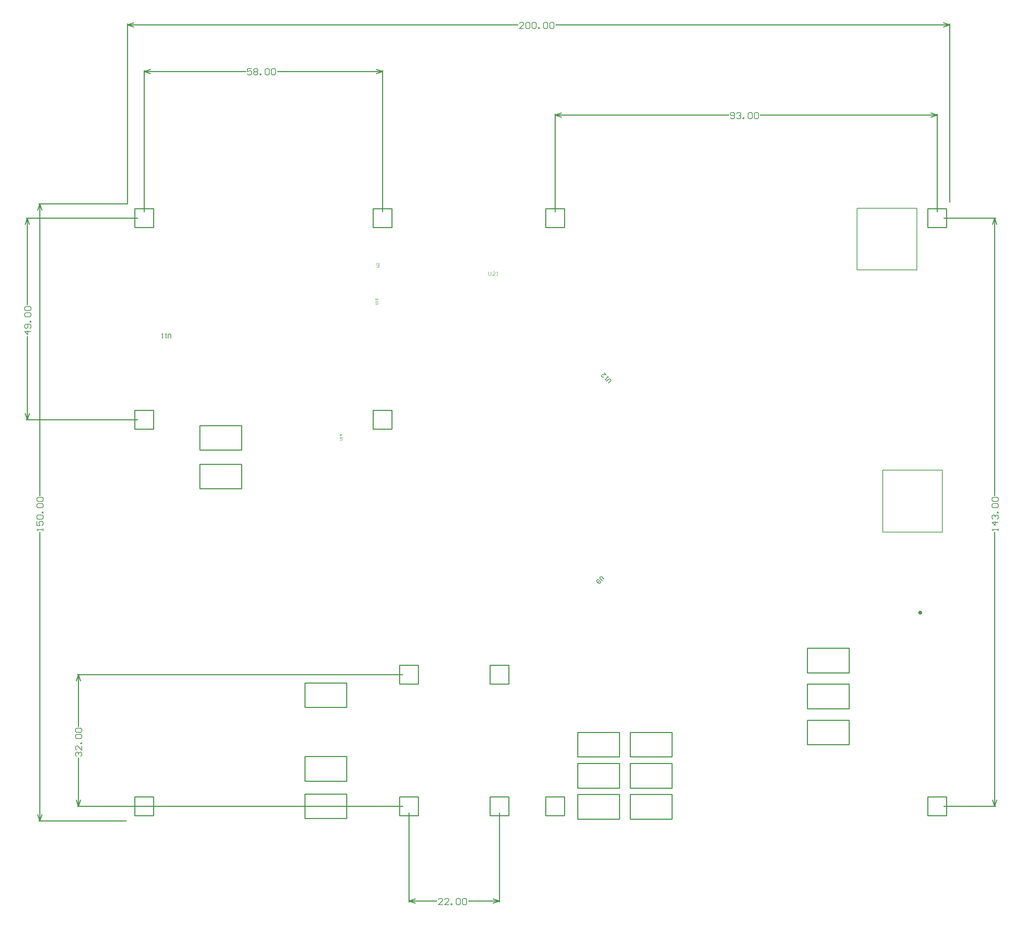
<source format=gm1>
G04*
G04 #@! TF.GenerationSoftware,Altium Limited,Altium Designer,22.11.1 (43)*
G04*
G04 Layer_Color=16711935*
%FSLAX25Y25*%
%MOIN*%
G70*
G04*
G04 #@! TF.SameCoordinates,E00A9952-D2AD-4094-941F-04495088175D*
G04*
G04*
G04 #@! TF.FilePolarity,Positive*
G04*
G01*
G75*
%ADD12C,0.01000*%
%ADD224C,0.00600*%
%ADD225C,0.00394*%
%ADD226C,0.00700*%
G36*
X759658Y197229D02*
X759159D01*
Y197312D01*
X758825D01*
Y197395D01*
X758575D01*
Y197478D01*
X758409D01*
Y197562D01*
X758325D01*
Y197645D01*
X758242D01*
Y197728D01*
X758159D01*
Y197812D01*
X758075D01*
Y197895D01*
X757992D01*
Y197978D01*
X757909D01*
Y198062D01*
X757826D01*
Y198228D01*
X757742D01*
Y198395D01*
X757659D01*
Y198645D01*
X757576D01*
Y199478D01*
X757659D01*
Y199728D01*
X757742D01*
Y199978D01*
X757826D01*
Y200061D01*
X757909D01*
Y200228D01*
X757992D01*
Y200311D01*
X758075D01*
Y200395D01*
X758159D01*
Y200478D01*
X758242D01*
Y200561D01*
X758409D01*
Y200645D01*
X758492D01*
Y200728D01*
X758659D01*
Y200811D01*
X758909D01*
Y200894D01*
X759908D01*
Y200811D01*
X760158D01*
Y200728D01*
X760325D01*
Y200645D01*
X760408D01*
Y200561D01*
X760575D01*
Y200478D01*
X760658D01*
Y200395D01*
X760742D01*
Y200311D01*
X760825D01*
Y200228D01*
X760908D01*
Y200061D01*
X760992D01*
Y199978D01*
X761075D01*
Y199728D01*
X761158D01*
Y199478D01*
X761241D01*
Y198645D01*
X761158D01*
Y198395D01*
X761075D01*
Y198228D01*
X760992D01*
Y198062D01*
X760908D01*
Y197978D01*
X760825D01*
Y197895D01*
X760742D01*
Y197812D01*
X760658D01*
Y197728D01*
X760575D01*
Y197645D01*
X760492D01*
Y197562D01*
X760408D01*
Y197478D01*
X760242D01*
Y197395D01*
X759992D01*
Y197312D01*
X759742D01*
Y197229D01*
X759658D01*
D02*
G37*
D12*
X69374Y354854D02*
Y378354D01*
X109374Y354854D02*
Y378354D01*
X69374D02*
X109374D01*
X69374Y354854D02*
X109374D01*
X481580Y84654D02*
X521580D01*
X481580Y61154D02*
X521580D01*
X481580D02*
Y84654D01*
X521580Y61154D02*
Y84654D01*
X521580Y31360D02*
Y54860D01*
X481580Y31360D02*
Y54860D01*
Y31360D02*
X521580D01*
X481580Y54860D02*
X521580D01*
X431176Y31360D02*
Y54860D01*
X471176Y31360D02*
Y54860D01*
X431176D02*
X471176D01*
X431176Y31360D02*
X471176Y31360D01*
X260685Y130764D02*
Y148764D01*
X278685Y130764D02*
Y148764D01*
X260685D02*
X278685D01*
X260685Y130764D02*
X278685D01*
X260685Y4780D02*
X278685D01*
X260685Y22780D02*
X278685D01*
Y4780D02*
Y22780D01*
X260685Y4780D02*
Y22780D01*
X347299Y4780D02*
X365299D01*
X347299Y22780D02*
X365299D01*
Y4780D02*
Y22780D01*
X347299Y4780D02*
Y22780D01*
Y130764D02*
X365299D01*
X347299Y148764D02*
X365299D01*
Y130764D02*
Y148764D01*
X347299Y130764D02*
Y148764D01*
X170063Y2098D02*
Y25598D01*
X210063Y2098D02*
Y25598D01*
X170063D02*
X210063D01*
X170063Y2098D02*
X210063D01*
X170063Y38004D02*
X210063D01*
X170063Y61504D02*
X210063D01*
Y38004D02*
Y61504D01*
X170063Y38004D02*
Y61504D01*
X431176Y61154D02*
Y84654D01*
X471176Y61154D02*
Y84654D01*
X431176D02*
X471176D01*
X431176Y61154D02*
X471176D01*
X400449Y567772D02*
Y585772D01*
X418449Y567772D02*
Y585772D01*
X400449D02*
X418449D01*
X400449Y567772D02*
X418449D01*
X766590D02*
Y585772D01*
X784590Y567772D02*
Y585772D01*
X766590D02*
X784590D01*
X766590Y567772D02*
X784590D01*
X6748D02*
Y585772D01*
X24748Y567772D02*
Y585772D01*
X6748D02*
X24748D01*
X6748Y567772D02*
X24748D01*
X6748Y374858D02*
Y392858D01*
X24748Y374858D02*
Y392858D01*
X6748D02*
X24748D01*
X6748Y374858D02*
X24748D01*
X6748Y4780D02*
Y22780D01*
X24748Y4780D02*
Y22780D01*
X6748D02*
X24748D01*
X6748Y4780D02*
X24748D01*
X766590D02*
Y22780D01*
X784590Y4780D02*
Y22780D01*
X766590D02*
X784590D01*
X766590Y4780D02*
X784590D01*
X400449D02*
Y22780D01*
X418449Y4780D02*
Y22780D01*
X400449D02*
X418449D01*
X400449Y4780D02*
X418449D01*
X235094Y374858D02*
Y392858D01*
X253095Y374858D02*
Y392858D01*
X235094D02*
X253095D01*
X235094Y374858D02*
X253095D01*
X235094Y567772D02*
Y585772D01*
X253095Y567772D02*
Y585772D01*
X235094D02*
X253095D01*
X235094Y567772D02*
X253095D01*
X431176Y1567D02*
X471176Y1567D01*
X431176Y25067D02*
X471176Y25067D01*
X471176Y1567D02*
X471176Y25067D01*
X431176Y1567D02*
Y25067D01*
X651260Y130701D02*
X691260D01*
X651260Y107201D02*
X691260D01*
X651260D02*
Y130701D01*
X691260Y107201D02*
Y130701D01*
X651260Y165067D02*
X691260D01*
X651260Y141567D02*
X691260D01*
X651260D02*
Y165067D01*
X691260Y141567D02*
Y165067D01*
X651260Y96335D02*
X691260D01*
X651260Y72835D02*
X691260D01*
X651260D02*
Y96335D01*
X691260Y72835D02*
Y96335D01*
X69374Y317846D02*
Y341347D01*
X109374Y317846D02*
Y341347D01*
X69374D02*
X109374D01*
X69374Y317846D02*
X109374D01*
X521580Y1567D02*
Y25067D01*
X481580Y1567D02*
Y25067D01*
Y1567D02*
X521580D01*
X481580Y25067D02*
X521580D01*
X170063Y108398D02*
Y131898D01*
X210063Y108398D02*
Y131898D01*
X170063D02*
X210063D01*
X170063Y108398D02*
X210063D01*
X-47244Y139764D02*
X-45244Y133764D01*
X-49244D02*
X-47244Y139764D01*
X-49244Y19780D02*
X-47244Y13780D01*
X-45244Y19780D01*
X-47244Y90267D02*
Y139764D01*
Y13780D02*
Y60076D01*
X-48244Y139764D02*
X263469D01*
X-48244Y13780D02*
X263469D01*
X269685Y-76772D02*
X275685Y-74772D01*
X269685Y-76772D02*
X275685Y-78772D01*
X350299D02*
X356299Y-76772D01*
X350299Y-74772D02*
X356299Y-76772D01*
X269685D02*
X296297D01*
X326488D02*
X356299D01*
X269685Y-77772D02*
Y7563D01*
X356299Y-77772D02*
Y7563D01*
X-86252Y6000D02*
X-84252Y0D01*
X-82252Y6000D01*
X-84252Y590551D02*
X-82252Y584551D01*
X-86252D02*
X-84252Y590551D01*
Y0D02*
Y276081D01*
Y311270D02*
Y590551D01*
X-85252Y0D02*
X-1500D01*
X-85252Y590551D02*
X0D01*
Y761811D02*
X6000Y763811D01*
X0Y761811D02*
X6000Y759811D01*
X781402D02*
X787402Y761811D01*
X781402Y763811D02*
X787402Y761811D01*
X0D02*
X374006D01*
X410195D02*
X787402D01*
X0Y590551D02*
Y762811D01*
X787402Y592051D02*
Y762811D01*
X830709Y576772D02*
X832709Y570772D01*
X828709D02*
X830709Y576772D01*
X828709Y19780D02*
X830709Y13780D01*
X832709Y19780D01*
X830709Y311270D02*
Y576772D01*
Y13780D02*
Y276081D01*
X781807Y576772D02*
X831709D01*
X781807Y13780D02*
X831709D01*
X409449Y675591D02*
X415449Y677591D01*
X409449Y675591D02*
X415449Y673591D01*
X769591D02*
X775591Y675591D01*
X769591Y677591D02*
X775591Y675591D01*
X409449D02*
X575824D01*
X606015D02*
X775591D01*
X409449Y582988D02*
Y676590D01*
X775591Y582988D02*
Y676590D01*
X15748Y717323D02*
X21748Y719323D01*
X15748Y717323D02*
X21748Y715323D01*
X238094D02*
X244094Y717323D01*
X238094Y719323D02*
X244094Y717323D01*
X15748D02*
X113226D01*
X143417D02*
X244094D01*
X15748Y582988D02*
Y718323D01*
X244094Y582988D02*
Y718323D01*
X-96063Y576772D02*
X-94063Y570772D01*
X-98063D02*
X-96063Y576772D01*
X-98063Y389858D02*
X-96063Y383858D01*
X-94063Y389858D01*
X-96063Y493811D02*
Y576772D01*
Y383858D02*
Y463619D01*
X-97063Y576772D02*
X9532D01*
X-97063Y383858D02*
X9532D01*
D224*
X780555Y276350D02*
X780555Y335405D01*
X723468Y276350D02*
Y335405D01*
Y276350D02*
X780555Y276350D01*
X723468Y335405D02*
X780555D01*
X756146Y527138D02*
X756146Y586193D01*
X699059Y527138D02*
Y586193D01*
Y527138D02*
X756146Y527138D01*
X699059Y586193D02*
X756146D01*
X41630Y461781D02*
Y465113D01*
X40964Y465779D01*
X39631D01*
X38964Y465113D01*
Y461781D01*
X37631Y465779D02*
X36298D01*
X36965D01*
Y461781D01*
X37631Y462447D01*
X34299Y465779D02*
X32966D01*
X33632D01*
Y461781D01*
X34299Y462447D01*
X-48643Y61676D02*
X-49643Y62676D01*
Y64675D01*
X-48643Y65675D01*
X-47644D01*
X-46644Y64675D01*
Y63675D01*
Y64675D01*
X-45644Y65675D01*
X-44645D01*
X-43645Y64675D01*
Y62676D01*
X-44645Y61676D01*
X-43645Y71673D02*
Y67674D01*
X-47644Y71673D01*
X-48643D01*
X-49643Y70673D01*
Y68674D01*
X-48643Y67674D01*
X-43645Y73672D02*
X-44645D01*
Y74672D01*
X-43645D01*
Y73672D01*
X-48643Y78671D02*
X-49643Y79670D01*
Y81670D01*
X-48643Y82669D01*
X-44645D01*
X-43645Y81670D01*
Y79670D01*
X-44645Y78671D01*
X-48643D01*
Y84669D02*
X-49643Y85668D01*
Y87668D01*
X-48643Y88667D01*
X-44645D01*
X-43645Y87668D01*
Y85668D01*
X-44645Y84669D01*
X-48643D01*
X301895Y-80371D02*
X297897D01*
X301895Y-76372D01*
Y-75372D01*
X300896Y-74373D01*
X298896D01*
X297897Y-75372D01*
X307893Y-80371D02*
X303894D01*
X307893Y-76372D01*
Y-75372D01*
X306894Y-74373D01*
X304894D01*
X303894Y-75372D01*
X309893Y-80371D02*
Y-79371D01*
X310892D01*
Y-80371D01*
X309893D01*
X314891Y-75372D02*
X315891Y-74373D01*
X317890D01*
X318890Y-75372D01*
Y-79371D01*
X317890Y-80371D01*
X315891D01*
X314891Y-79371D01*
Y-75372D01*
X320889D02*
X321889Y-74373D01*
X323888D01*
X324888Y-75372D01*
Y-79371D01*
X323888Y-80371D01*
X321889D01*
X320889Y-79371D01*
Y-75372D01*
X-80653Y277681D02*
Y279680D01*
Y278680D01*
X-86651D01*
X-85651Y277681D01*
X-86651Y286678D02*
Y282679D01*
X-83652D01*
X-84652Y284679D01*
Y285678D01*
X-83652Y286678D01*
X-81653D01*
X-80653Y285678D01*
Y283679D01*
X-81653Y282679D01*
X-85651Y288677D02*
X-86651Y289677D01*
Y291676D01*
X-85651Y292676D01*
X-81653D01*
X-80653Y291676D01*
Y289677D01*
X-81653Y288677D01*
X-85651D01*
X-80653Y294675D02*
X-81653D01*
Y295675D01*
X-80653D01*
Y294675D01*
X-85651Y299674D02*
X-86651Y300673D01*
Y302673D01*
X-85651Y303672D01*
X-81653D01*
X-80653Y302673D01*
Y300673D01*
X-81653Y299674D01*
X-85651D01*
Y305672D02*
X-86651Y306671D01*
Y308671D01*
X-85651Y309670D01*
X-81653D01*
X-80653Y308671D01*
Y306671D01*
X-81653Y305672D01*
X-85651D01*
X379605Y758212D02*
X375606D01*
X379605Y762211D01*
Y763210D01*
X378605Y764210D01*
X376606D01*
X375606Y763210D01*
X381604D02*
X382604Y764210D01*
X384603D01*
X385603Y763210D01*
Y759212D01*
X384603Y758212D01*
X382604D01*
X381604Y759212D01*
Y763210D01*
X387602D02*
X388602Y764210D01*
X390601D01*
X391601Y763210D01*
Y759212D01*
X390601Y758212D01*
X388602D01*
X387602Y759212D01*
Y763210D01*
X393600Y758212D02*
Y759212D01*
X394600D01*
Y758212D01*
X393600D01*
X398599Y763210D02*
X399598Y764210D01*
X401598D01*
X402597Y763210D01*
Y759212D01*
X401598Y758212D01*
X399598D01*
X398599Y759212D01*
Y763210D01*
X404597D02*
X405596Y764210D01*
X407596D01*
X408595Y763210D01*
Y759212D01*
X407596Y758212D01*
X405596D01*
X404597Y759212D01*
Y763210D01*
X834308Y277681D02*
Y279680D01*
Y278680D01*
X828310D01*
X829309Y277681D01*
X834308Y285678D02*
X828310D01*
X831309Y282679D01*
Y286678D01*
X829309Y288677D02*
X828310Y289677D01*
Y291676D01*
X829309Y292676D01*
X830309D01*
X831309Y291676D01*
Y290676D01*
Y291676D01*
X832308Y292676D01*
X833308D01*
X834308Y291676D01*
Y289677D01*
X833308Y288677D01*
X834308Y294675D02*
X833308D01*
Y295675D01*
X834308D01*
Y294675D01*
X829309Y299674D02*
X828310Y300673D01*
Y302673D01*
X829309Y303672D01*
X833308D01*
X834308Y302673D01*
Y300673D01*
X833308Y299674D01*
X829309D01*
Y305672D02*
X828310Y306671D01*
Y308671D01*
X829309Y309670D01*
X833308D01*
X834308Y308671D01*
Y306671D01*
X833308Y305672D01*
X829309D01*
X577424Y672991D02*
X578424Y671991D01*
X580423D01*
X581423Y672991D01*
Y676990D01*
X580423Y677990D01*
X578424D01*
X577424Y676990D01*
Y675990D01*
X578424Y674991D01*
X581423D01*
X583422Y676990D02*
X584422Y677990D01*
X586421D01*
X587421Y676990D01*
Y675990D01*
X586421Y674991D01*
X585422D01*
X586421D01*
X587421Y673991D01*
Y672991D01*
X586421Y671991D01*
X584422D01*
X583422Y672991D01*
X589420Y671991D02*
Y672991D01*
X590420D01*
Y671991D01*
X589420D01*
X594418Y676990D02*
X595418Y677990D01*
X597418D01*
X598417Y676990D01*
Y672991D01*
X597418Y671991D01*
X595418D01*
X594418Y672991D01*
Y676990D01*
X600417D02*
X601416Y677990D01*
X603416D01*
X604415Y676990D01*
Y672991D01*
X603416Y671991D01*
X601416D01*
X600417Y672991D01*
Y676990D01*
X118824Y719722D02*
X114826D01*
Y716723D01*
X116825Y717723D01*
X117825D01*
X118824Y716723D01*
Y714723D01*
X117825Y713724D01*
X115825D01*
X114826Y714723D01*
X120824Y718722D02*
X121823Y719722D01*
X123823D01*
X124822Y718722D01*
Y717723D01*
X123823Y716723D01*
X124822Y715723D01*
Y714723D01*
X123823Y713724D01*
X121823D01*
X120824Y714723D01*
Y715723D01*
X121823Y716723D01*
X120824Y717723D01*
Y718722D01*
X121823Y716723D02*
X123823D01*
X126822Y713724D02*
Y714723D01*
X127821D01*
Y713724D01*
X126822D01*
X131820Y718722D02*
X132820Y719722D01*
X134819D01*
X135819Y718722D01*
Y714723D01*
X134819Y713724D01*
X132820D01*
X131820Y714723D01*
Y718722D01*
X137818D02*
X138818Y719722D01*
X140817D01*
X141817Y718722D01*
Y714723D01*
X140817Y713724D01*
X138818D01*
X137818Y714723D01*
Y718722D01*
X-92464Y468218D02*
X-98462D01*
X-95463Y465219D01*
Y469218D01*
X-93464Y471217D02*
X-92464Y472217D01*
Y474216D01*
X-93464Y475216D01*
X-97462D01*
X-98462Y474216D01*
Y472217D01*
X-97462Y471217D01*
X-96463D01*
X-95463Y472217D01*
Y475216D01*
X-92464Y477215D02*
X-93464D01*
Y478215D01*
X-92464D01*
Y477215D01*
X-97462Y482214D02*
X-98462Y483214D01*
Y485213D01*
X-97462Y486212D01*
X-93464D01*
X-92464Y485213D01*
Y483214D01*
X-93464Y482214D01*
X-97462D01*
Y488212D02*
X-98462Y489212D01*
Y491211D01*
X-97462Y492211D01*
X-93464D01*
X-92464Y491211D01*
Y489212D01*
X-93464Y488212D01*
X-97462D01*
D225*
X203363Y364185D02*
X205331D01*
X205724Y364579D01*
Y365366D01*
X205331Y365759D01*
X203363D01*
X205724Y366547D02*
Y367334D01*
Y366940D01*
X203363D01*
X203756Y366547D01*
X205724Y369695D02*
X203363D01*
X204544Y368514D01*
Y370089D01*
X237615Y494106D02*
X239583D01*
X239976Y494500D01*
Y495287D01*
X239583Y495681D01*
X237615D01*
X239976Y496468D02*
Y497255D01*
Y496861D01*
X237615D01*
X238008Y496468D01*
X237615Y500010D02*
Y498436D01*
X238796D01*
X238402Y499223D01*
Y499616D01*
X238796Y500010D01*
X239583D01*
X239976Y499616D01*
Y498829D01*
X239583Y498436D01*
X238402Y529933D02*
X240370D01*
X240764Y530327D01*
Y531114D01*
X240370Y531507D01*
X238402D01*
X240764Y533869D02*
Y532295D01*
X239190Y533869D01*
X238796D01*
X238402Y533475D01*
Y532688D01*
X238796Y532295D01*
X345543Y525664D02*
Y522384D01*
X346199Y521728D01*
X347511D01*
X348167Y522384D01*
Y525664D01*
X352103Y521728D02*
X349479D01*
X352103Y524352D01*
Y525008D01*
X351447Y525664D01*
X350135D01*
X349479Y525008D01*
X353415Y521728D02*
X354727D01*
X354071D01*
Y525664D01*
X353415Y525008D01*
D226*
X460798Y418728D02*
X463154Y421084D01*
Y422026D01*
X462211Y422969D01*
X461269D01*
X458913Y420613D01*
X460798Y424383D02*
X459855Y425325D01*
X460326Y424854D01*
X457499Y422026D01*
X458441D01*
X456556Y428624D02*
X458441Y426739D01*
X454671D01*
X454200Y426268D01*
Y425325D01*
X455142Y424383D01*
X456085D01*
X456692Y231285D02*
X454336Y233641D01*
X453394D01*
X452451Y232699D01*
Y231756D01*
X454807Y229400D01*
X451509Y230814D02*
X450566D01*
X449624Y229871D01*
Y228929D01*
X451509Y227044D01*
X452451D01*
X453394Y227986D01*
Y228929D01*
X452922Y229400D01*
X451980D01*
X450566Y227986D01*
M02*

</source>
